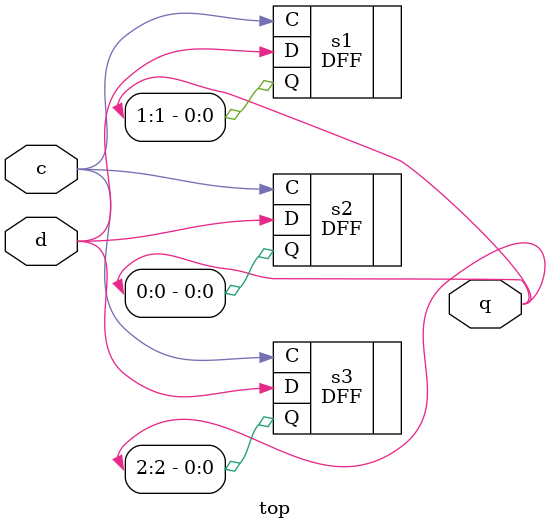
<source format=v>
module top(input d, c, output reg [2:0] q);
(* submod="bar" *) DFF s1(.D(d), .C(c), .Q(q[1]));
DFF s2(.D(d), .C(c), .Q(q[0]));
DFF s3(.D(d), .C(c), .Q(q[2]));
endmodule

</source>
